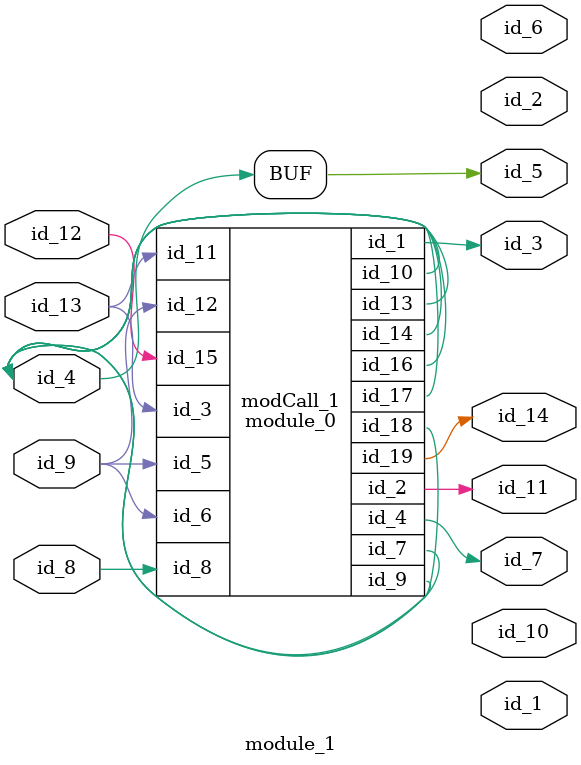
<source format=v>
module module_0 (
    id_1,
    id_2,
    id_3,
    id_4,
    id_5,
    id_6,
    id_7,
    id_8,
    id_9,
    id_10,
    id_11,
    id_12,
    id_13,
    id_14,
    id_15,
    id_16,
    id_17,
    id_18,
    id_19
);
  output wire id_19;
  inout wire id_18;
  inout wire id_17;
  inout wire id_16;
  input wire id_15;
  inout wire id_14;
  inout wire id_13;
  input wire id_12;
  input wire id_11;
  inout wire id_10;
  inout wire id_9;
  input wire id_8;
  inout wire id_7;
  input wire id_6;
  input wire id_5;
  output wire id_4;
  input wire id_3;
  output wire id_2;
  output wire id_1;
  assign id_1 = 1'b0;
  wire id_20;
endmodule
module module_1 (
    id_1,
    id_2,
    id_3,
    id_4,
    id_5,
    id_6,
    id_7,
    id_8,
    id_9,
    id_10,
    id_11,
    id_12,
    id_13,
    id_14
);
  output wire id_14;
  input wire id_13;
  input wire id_12;
  output wire id_11;
  output wire id_10;
  input wire id_9;
  input wire id_8;
  output wire id_7;
  output wire id_6;
  output wire id_5;
  inout wire id_4;
  output wire id_3;
  output wire id_2;
  output wire id_1;
  assign id_5 = id_4;
  module_0 modCall_1 (
      id_3,
      id_11,
      id_13,
      id_7,
      id_9,
      id_9,
      id_4,
      id_8,
      id_4,
      id_4,
      id_13,
      id_9,
      id_4,
      id_4,
      id_12,
      id_4,
      id_4,
      id_4,
      id_14
  );
endmodule

</source>
